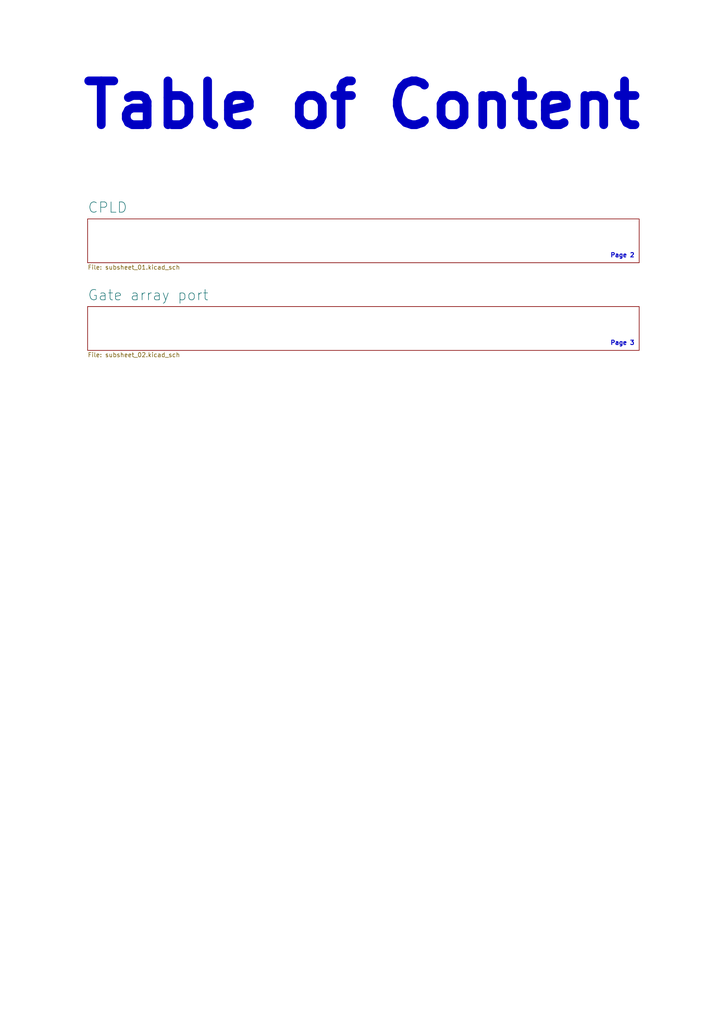
<source format=kicad_sch>
(kicad_sch (version 20230121) (generator eeschema)
  (paper "A4" portrait)
  (title_block (title "Replacement of the Motorola gate array by ATF1508 CPLD") (date "2025-05-17") (rev "DRAFT-0") (company "Sporniket") (comment 1 "For the 8-bits computer known as 'Thomson MO5' released in 1984") (comment 3 "...thomson-mo5--gate-array-motorola--replacement-hw--atf1508") (comment 4 "Original repository : https://github.com/sporniket/..."))
  (lib_symbols)
  (text "Page 3" (at 184.15 100.33 0) (effects (font (size 1.27 1.27) bold) (justify right bottom)))
  (text "Page 2" (at 184.15 74.93 0) (effects (font (size 1.27 1.27) bold) (justify right bottom)))
  (text "Table of Content" (at 22.86 38.1 0) (effects (font (size 12.7 12.7) (thickness 2.54) bold) (justify left bottom)))
  (sheet (at 25.4 63.5) (size 160.02 12.7) (stroke (width 0.1524))
    (property "Sheetname" "CPLD" (at 25.4 61.9234 0) (effects (font (size 3 3)) (justify left bottom)))
    (property "Sheetfile" "subsheet_01.kicad_sch" (at 25.4 76.7846 0) (effects (justify left top)))
  )
  (sheet (at 25.4 88.9) (size 160.02 12.7) (stroke (width 0.1524))
    (property "Sheetname" "Gate array port" (at 25.4 87.3234 0) (effects (font (size 3 3)) (justify left bottom)))
    (property "Sheetfile" "subsheet_02.kicad_sch" (at 25.4 102.1846 0) (effects (justify left top)))
  )
)
</source>
